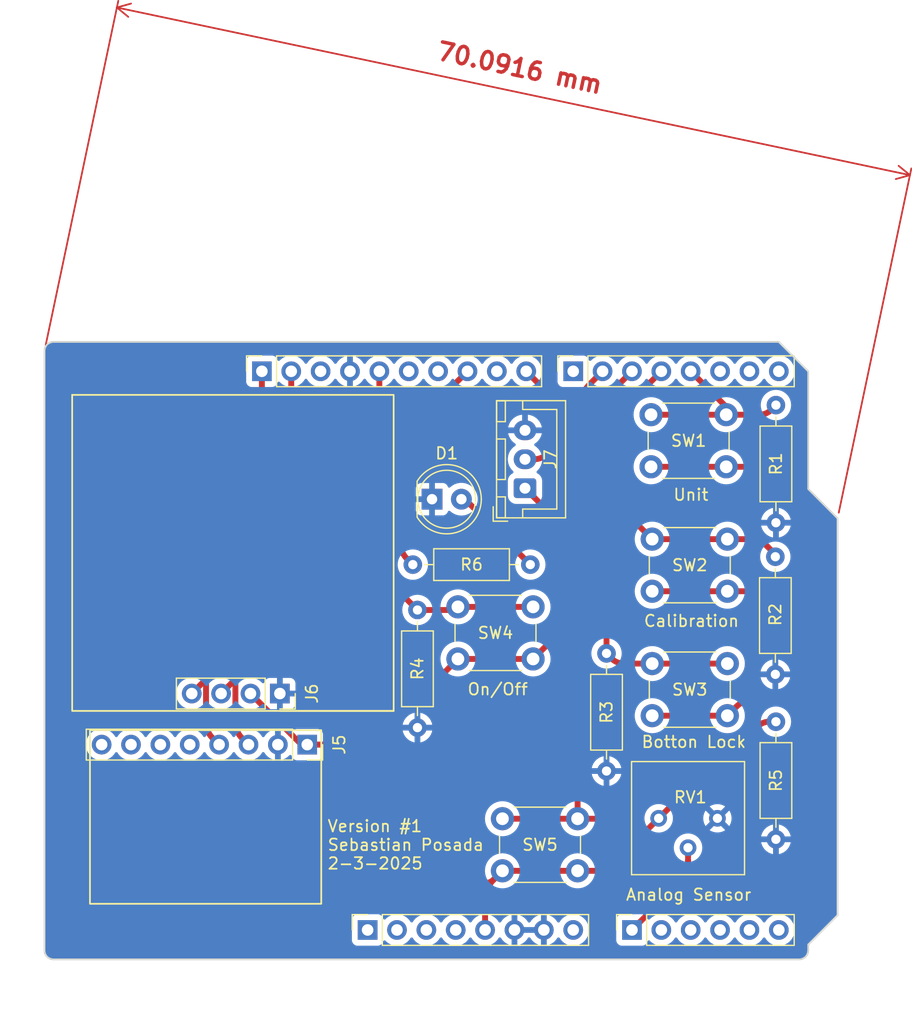
<source format=kicad_pcb>
(kicad_pcb (version 20240108) (generator "pcbnew") (generator_version "8.0")
  (title_block (date "mar. 31 mars 2015"))
  (layers (0 "F.Cu" signal) (31 "B.Cu" signal) (34 "B.Paste" user) (35 "F.Paste" user) (36 "B.SilkS" user "B.Silkscreen") (37 "F.SilkS" user "F.Silkscreen") (38 "B.Mask" user) (39 "F.Mask" user) (44 "Edge.Cuts" user))
  (net 0 "")
  (net 1 "GND")
  (net 3 "+5V")
  (net 4 "/IOREF")
  (net 5 "/A1")
  (net 6 "/A2")
  (net 7 "/A3")
  (net 8 "/SDA{slash}A4")
  (net 9 "/SCL{slash}A5")
  (net 10 "/2")
  (net 11 "/12")
  (net 12 "/AREF")
  (net 13 "/*11")
  (net 14 "/temp_digital")
  (net 15 "/TX{slash}1")
  (net 16 "/RX{slash}0")
  (net 17 "+3V3")
  (net 18 "VCC")
  (net 19 "/~{RESET}")
  (net 20 "/I2C_SCL")
  (net 21 "/I2C_SDA")
  (net 26 "/button_on{slash}off")
  (net 28 "/button_lock")
  (net 29 "/button_light")
  (net 30 "/button_unit")
  (net 31 "/button_cal")
  (net 32 "Net-(D1-A)")
  (net 33 "/LED_light")
  (net 34 "/Temp_sensor")
  (footprint "Connector_PinSocket_2.54mm:PinSocket_1x08_P2.54mm_Vertical" (layer "F.Cu") (at 127.94 97.46 90)
    (property "Reference" "J1" (hide yes))
    (property "Value" "Power")
    (fp_line (start 1.33 -1.33) (end 1.33 0) (stroke (width 0.12)) (layer "F.SilkS"))
    (fp_line (start 0 -1.33) (end 1.33 -1.33) (stroke (width 0.12)) (layer "F.SilkS"))
    (fp_line (start 1.33 1.27) (end 1.33 19.11) (stroke (width 0.12)) (layer "F.SilkS"))
    (fp_line (start -1.33 1.27) (end 1.33 1.27) (stroke (width 0.12)) (layer "F.SilkS"))
    (fp_line (start -1.33 1.27) (end -1.33 19.11) (stroke (width 0.12)) (layer "F.SilkS"))
    (fp_line (start -1.33 19.11) (end 1.33 19.11) (stroke (width 0.12)) (layer "F.SilkS"))
    (pad "1" thru_hole rect (at 0 0 90) (size 1.7 1.7) (drill 1) (layers "*.Cu" "*.Mask"))
    (pad "2" thru_hole oval (at 0 2.54 90) (size 1.7 1.7) (drill 1) (layers "*.Cu" "*.Mask") (net 4 "/IOREF"))
    (pad "3" thru_hole oval (at 0 5.08 90) (size 1.7 1.7) (drill 1) (layers "*.Cu" "*.Mask") (net 19 "/~{RESET}"))
    (pad "4" thru_hole oval (at 0 7.62 90) (size 1.7 1.7) (drill 1) (layers "*.Cu" "*.Mask") (net 17 "+3V3"))
    (pad "5" thru_hole oval (at 0 10.16 90) (size 1.7 1.7) (drill 1) (layers "*.Cu" "*.Mask") (net 3 "+5V"))
    (pad "6" thru_hole oval (at 0 12.7 90) (size 1.7 1.7) (drill 1) (layers "*.Cu" "*.Mask") (net 1 "GND"))
    (pad "7" thru_hole oval (at 0 15.24 90) (size 1.7 1.7) (drill 1) (layers "*.Cu" "*.Mask") (net 1 "GND"))
    (pad "8" thru_hole oval (at 0 17.78 90) (size 1.7 1.7) (drill 1) (layers "*.Cu" "*.Mask") (net 18 "VCC"))
  )
  (footprint "Connector_PinSocket_2.54mm:PinSocket_1x06_P2.54mm_Vertical" (layer "F.Cu") (at 150.8 97.46 90)
    (property "Reference" "J3" (hide yes))
    (property "Value" "Analog")
    (fp_line (start 1.33 -1.33) (end 1.33 0) (stroke (width 0.12)) (layer "F.SilkS"))
    (fp_line (start 0 -1.33) (end 1.33 -1.33) (stroke (width 0.12)) (layer "F.SilkS"))
    (fp_line (start 1.33 1.27) (end 1.33 14.03) (stroke (width 0.12)) (layer "F.SilkS"))
    (fp_line (start -1.33 1.27) (end 1.33 1.27) (stroke (width 0.12)) (layer "F.SilkS"))
    (fp_line (start -1.33 1.27) (end -1.33 14.03) (stroke (width 0.12)) (layer "F.SilkS"))
    (fp_line (start -1.33 14.03) (end 1.33 14.03) (stroke (width 0.12)) (layer "F.SilkS"))
    (pad "1" thru_hole rect (at 0 0 90) (size 1.7 1.7) (drill 1) (layers "*.Cu" "*.Mask") (net 34 "/Temp_sensor"))
    (pad "2" thru_hole oval (at 0 2.54 90) (size 1.7 1.7) (drill 1) (layers "*.Cu" "*.Mask") (net 5 "/A1"))
    (pad "3" thru_hole oval (at 0 5.08 90) (size 1.7 1.7) (drill 1) (layers "*.Cu" "*.Mask") (net 6 "/A2"))
    (pad "4" thru_hole oval (at 0 7.62 90) (size 1.7 1.7) (drill 1) (layers "*.Cu" "*.Mask") (net 7 "/A3"))
    (pad "5" thru_hole oval (at 0 10.16 90) (size 1.7 1.7) (drill 1) (layers "*.Cu" "*.Mask") (net 8 "/SDA{slash}A4"))
    (pad "6" thru_hole oval (at 0 12.7 90) (size 1.7 1.7) (drill 1) (layers "*.Cu" "*.Mask") (net 9 "/SCL{slash}A5"))
  )
  (footprint "Connector_PinSocket_2.54mm:PinSocket_1x10_P2.54mm_Vertical" (layer "F.Cu") (at 118.796 49.2 90)
    (property "Reference" "J2" (hide yes))
    (property "Value" "Digital/PWM")
    (fp_line (start 1.33 -1.33) (end 1.33 0) (stroke (width 0.12)) (layer "F.SilkS"))
    (fp_line (start 0 -1.33) (end 1.33 -1.33) (stroke (width 0.12)) (layer "F.SilkS"))
    (fp_line (start 1.33 1.27) (end 1.33 24.19) (stroke (width 0.12)) (layer "F.SilkS"))
    (fp_line (start -1.33 1.27) (end 1.33 1.27) (stroke (width 0.12)) (layer "F.SilkS"))
    (fp_line (start -1.33 1.27) (end -1.33 24.19) (stroke (width 0.12)) (layer "F.SilkS"))
    (fp_line (start -1.33 24.19) (end 1.33 24.19) (stroke (width 0.12)) (layer "F.SilkS"))
    (pad "1" thru_hole rect (at 0 0 90) (size 1.7 1.7) (drill 1) (layers "*.Cu" "*.Mask") (net 21 "/I2C_SDA"))
    (pad "2" thru_hole oval (at 0 2.54 90) (size 1.7 1.7) (drill 1) (layers "*.Cu" "*.Mask") (net 20 "/I2C_SCL"))
    (pad "3" thru_hole oval (at 0 5.08 90) (size 1.7 1.7) (drill 1) (layers "*.Cu" "*.Mask") (net 12 "/AREF"))
    (pad "4" thru_hole oval (at 0 7.62 90) (size 1.7 1.7) (drill 1) (layers "*.Cu" "*.Mask") (net 1 "GND"))
    (pad "5" thru_hole oval (at 0 10.16 90) (size 1.7 1.7) (drill 1) (layers "*.Cu" "*.Mask") (net 26 "/button_on{slash}off"))
    (pad "6" thru_hole oval (at 0 12.7 90) (size 1.7 1.7) (drill 1) (layers "*.Cu" "*.Mask") (net 11 "/12"))
    (pad "7" thru_hole oval (at 0 15.24 90) (size 1.7 1.7) (drill 1) (layers "*.Cu" "*.Mask") (net 13 "/*11"))
    (pad "8" thru_hole oval (at 0 17.78 90) (size 1.7 1.7) (drill 1) (layers "*.Cu" "*.Mask") (net 33 "/LED_light"))
    (pad "9" thru_hole oval (at 0 20.32 90) (size 1.7 1.7) (drill 1) (layers "*.Cu" "*.Mask"))
    (pad "10" thru_hole oval (at 0 22.86 90) (size 1.7 1.7) (drill 1) (layers "*.Cu" "*.Mask") (net 14 "/temp_digital"))
  )
  (footprint "Connector_PinSocket_2.54mm:PinSocket_1x08_P2.54mm_Vertical" (layer "F.Cu") (at 145.72 49.2 90)
    (property "Reference" "J4" (hide yes))
    (property "Value" "Digital/PWM")
    (fp_line (start 1.33 -1.33) (end 1.33 0) (stroke (width 0.12)) (layer "F.SilkS"))
    (fp_line (start 0 -1.33) (end 1.33 -1.33) (stroke (width 0.12)) (layer "F.SilkS"))
    (fp_line (start 1.33 1.27) (end 1.33 19.11) (stroke (width 0.12)) (layer "F.SilkS"))
    (fp_line (start -1.33 1.27) (end 1.33 1.27) (stroke (width 0.12)) (layer "F.SilkS"))
    (fp_line (start -1.33 1.27) (end -1.33 19.11) (stroke (width 0.12)) (layer "F.SilkS"))
    (fp_line (start -1.33 19.11) (end 1.33 19.11) (stroke (width 0.12)) (layer "F.SilkS"))
    (pad "1" thru_hole rect (at 0 0 90) (size 1.7 1.7) (drill 1) (layers "*.Cu" "*.Mask"))
    (pad "2" thru_hole oval (at 0 2.54 90) (size 1.7 1.7) (drill 1) (layers "*.Cu" "*.Mask") (net 29 "/button_light"))
    (pad "3" thru_hole oval (at 0 5.08 90) (size 1.7 1.7) (drill 1) (layers "*.Cu" "*.Mask") (net 28 "/button_lock"))
    (pad "4" thru_hole oval (at 0 7.62 90) (size 1.7 1.7) (drill 1) (layers "*.Cu" "*.Mask") (net 31 "/button_cal"))
    (pad "5" thru_hole oval (at 0 10.16 90) (size 1.7 1.7) (drill 1) (layers "*.Cu" "*.Mask") (net 30 "/button_unit"))
    (pad "6" thru_hole oval (at 0 12.7 90) (size 1.7 1.7) (drill 1) (layers "*.Cu" "*.Mask") (net 10 "/2"))
    (pad "7" thru_hole oval (at 0 15.24 90) (size 1.7 1.7) (drill 1) (layers "*.Cu" "*.Mask") (net 15 "/TX{slash}1"))
    (pad "8" thru_hole oval (at 0 17.78 90) (size 1.7 1.7) (drill 1) (layers "*.Cu" "*.Mask") (net 16 "/RX{slash}0"))
  )
  (footprint "Resistor_THT:R_Axial_DIN0207_L6.3mm_D2.5mm_P10.16mm_Horizontal" (layer "F.Cu") (at 163.2 65.22 -90)
    (property "Reference" "R2" (at 5 0 90) (layer "F.SilkS"))
    (property "Value" "100k")
    (fp_line (start 1.81 1.37) (end 8.35 1.37) (stroke (width 0.12)) (layer "F.SilkS"))
    (fp_line (start 8.35 1.37) (end 8.35 -1.37) (stroke (width 0.12)) (layer "F.SilkS"))
    (fp_line (start 1.04 0) (end 1.81 0) (stroke (width 0.12)) (layer "F.SilkS"))
    (fp_line (start 9.12 0) (end 8.35 0) (stroke (width 0.12)) (layer "F.SilkS"))
    (fp_line (start 1.81 -1.37) (end 1.81 1.37) (stroke (width 0.12)) (layer "F.SilkS"))
    (fp_line (start 8.35 -1.37) (end 1.81 -1.37) (stroke (width 0.12)) (layer "F.SilkS"))
    (pad "1" thru_hole circle (at 0 0 270) (size 1.6 1.6) (drill 0.8) (layers "*.Cu" "*.Mask") (net 31 "/button_cal"))
    (pad "2" thru_hole oval (at 10.16 0 270) (size 1.6 1.6) (drill 0.8) (layers "*.Cu" "*.Mask") (net 1 "GND"))
  )
  (footprint "Connector_PinSocket_2.54mm:PinSocket_1x08_P2.54mm_Vertical" (layer "F.Cu") (at 122.72 81.45 -90)
    (property "Reference" "J5" (at 0 -2.77 90) (layer "F.SilkS"))
    (property "Value" "GYRO_CONN")
    (fp_line (start -1.33 19.11) (end 1.33 19.11) (stroke (width 0.12)) (layer "F.SilkS"))
    (fp_line (start -1.33 1.27) (end -1.33 19.11) (stroke (width 0.12)) (layer "F.SilkS"))
    (fp_line (start -1.33 1.27) (end 1.33 1.27) (stroke (width 0.12)) (layer "F.SilkS"))
    (fp_line (start 1.33 1.27) (end 1.33 19.11) (stroke (width 0.12)) (layer "F.SilkS"))
    (fp_line (start 0 -1.33) (end 1.33 -1.33) (stroke (width 0.12)) (layer "F.SilkS"))
    (fp_line (start 1.33 -1.33) (end 1.33 0) (stroke (width 0.12)) (layer "F.SilkS"))
    (pad "1" thru_hole rect (at 0 0 270) (size 1.7 1.7) (drill 1) (layers "*.Cu" "*.Mask") (net 3 "+5V"))
    (pad "2" thru_hole oval (at 0 2.54 270) (size 1.7 1.7) (drill 1) (layers "*.Cu" "*.Mask") (net 1 "GND"))
    (pad "3" thru_hole oval (at 0 5.08 270) (size 1.7 1.7) (drill 1) (layers "*.Cu" "*.Mask") (net 20 "/I2C_SCL"))
    (pad "4" thru_hole oval (at 0 7.62 270) (size 1.7 1.7) (drill 1) (layers "*.Cu" "*.Mask") (net 21 "/I2C_SDA"))
    (pad "5" thru_hole oval (at 0 10.16 270) (size 1.7 1.7) (drill 1) (layers "*.Cu" "*.Mask"))
    (pad "6" thru_hole oval (at 0 12.7 270) (size 1.7 1.7) (drill 1) (layers "*.Cu" "*.Mask"))
    (pad "7" thru_hole oval (at 0 15.24 270) (size 1.7 1.7) (drill 1) (layers "*.Cu" "*.Mask"))
    (pad "8" thru_hole oval (at 0 17.78 270) (size 1.7 1.7) (drill 1) (layers "*.Cu" "*.Mask"))
  )
  (footprint "Button_Switch_THT:SW_PUSH_6mm" (layer "F.Cu") (at 152.45 52.95)
    (property "Reference" "SW1" (at 3.25 2.25 0) (layer "F.SilkS"))
    (property "Value" "SW_SPST" (hide yes))
    (fp_line (start -0.25 1.5) (end -0.25 3) (stroke (width 0.12)) (layer "F.SilkS"))
    (fp_line (start 1 5.5) (end 5.5 5.5) (stroke (width 0.12)) (layer "F.SilkS"))
    (fp_line (start 5.5 -1) (end 1 -1) (stroke (width 0.12)) (layer "F.SilkS"))
    (fp_line (start 6.75 3) (end 6.75 1.5) (stroke (width 0.12)) (layer "F.SilkS"))
    (pad "1" thru_hole circle (at 0 0 90) (size 2 2) (drill 1.1) (layers "*.Cu" "*.Mask") (net 30 "/button_unit"))
    (pad "1" thru_hole circle (at 6.5 0 90) (size 2 2) (drill 1.1) (layers "*.Cu" "*.Mask") (net 30 "/button_unit"))
    (pad "2" thru_hole circle (at 0 4.5 90) (size 2 2) (drill 1.1) (layers "*.Cu" "*.Mask") (net 3 "+5V"))
    (pad "2" thru_hole circle (at 6.5 4.5 90) (size 2 2) (drill 1.1) (layers "*.Cu" "*.Mask") (net 3 "+5V"))
  )
  (footprint "Resistor_THT:R_Axial_DIN0207_L6.3mm_D2.5mm_P10.16mm_Horizontal" (layer "F.Cu") (at 132.25 69.82 -90)
    (property "Reference" "R4" (at 5.08 0 90) (layer "F.SilkS"))
    (property "Value" "100k")
    (fp_line (start 1.81 1.37) (end 8.35 1.37) (stroke (width 0.12)) (layer "F.SilkS"))
    (fp_line (start 8.35 1.37) (end 8.35 -1.37) (stroke (width 0.12)) (layer "F.SilkS"))
    (fp_line (start 1.04 0) (end 1.81 0) (stroke (width 0.12)) (layer "F.SilkS"))
    (fp_line (start 9.12 0) (end 8.35 0) (stroke (width 0.12)) (layer "F.SilkS"))
    (fp_line (start 1.81 -1.37) (end 1.81 1.37) (stroke (width 0.12)) (layer "F.SilkS"))
    (fp_line (start 8.35 -1.37) (end 1.81 -1.37) (stroke (width 0.12)) (layer "F.SilkS"))
    (pad "1" thru_hole circle (at 0 0 270) (size 1.6 1.6) (drill 0.8) (layers "*.Cu" "*.Mask") (net 26 "/button_on{slash}off"))
    (pad "2" thru_hole oval (at 10.16 0 270) (size 1.6 1.6) (drill 0.8) (layers "*.Cu" "*.Mask") (net 1 "GND"))
  )
  (footprint "Resistor_THT:R_Axial_DIN0207_L6.3mm_D2.5mm_P10.16mm_Horizontal" (layer "F.Cu") (at 148.6 73.57 -90)
    (property "Reference" "R3" (at 5.08 0 90) (layer "F.SilkS"))
    (property "Value" "100k" (hide yes))
    (fp_line (start 1.81 1.37) (end 8.35 1.37) (stroke (width 0.12)) (layer "F.SilkS"))
    (fp_line (start 8.35 1.37) (end 8.35 -1.37) (stroke (width 0.12)) (layer "F.SilkS"))
    (fp_line (start 1.04 0) (end 1.81 0) (stroke (width 0.12)) (layer "F.SilkS"))
    (fp_line (start 9.12 0) (end 8.35 0) (stroke (width 0.12)) (layer "F.SilkS"))
    (fp_line (start 1.81 -1.37) (end 1.81 1.37) (stroke (width 0.12)) (layer "F.SilkS"))
    (fp_line (start 8.35 -1.37) (end 1.81 -1.37) (stroke (width 0.12)) (layer "F.SilkS"))
    (pad "1" thru_hole circle (at 0 0 270) (size 1.6 1.6) (drill 0.8) (layers "*.Cu" "*.Mask") (net 28 "/button_lock"))
    (pad "2" thru_hole oval (at 10.16 0 270) (size 1.6 1.6) (drill 0.8) (layers "*.Cu" "*.Mask") (net 1 "GND"))
  )
  (footprint "Connector_JST:JST_XH_B3B-XH-A_1x03_P2.50mm_Vertical" (layer "F.Cu") (at 141.55 59.3 90)
    (property "Reference" "J7" (at 2.5 2.2 90) (layer "F.SilkS"))
    (property "Value" "CONN_TEMP" (hide yes))
    (fp_line (start -1.6 -2.75) (end -2.85 -2.75) (stroke (width 0.12)) (layer "F.SilkS"))
    (fp_line (start -2.85 -2.75) (end -2.85 -1.5) (stroke (width 0.12)) (layer "F.SilkS"))
    (fp_line (start 7.56 -2.46) (end -2.56 -2.46) (stroke (width 0.12)) (layer "F.SilkS"))
    (fp_line (start -2.56 -2.46) (end -2.56 3.51) (stroke (width 0.12)) (layer "F.SilkS"))
    (fp_line (start 7.55 -2.45) (end 5.75 -2.45) (stroke (width 0.12)) (layer "F.SilkS"))
    (fp_line (start 5.75 -2.45) (end 5.75 -1.7) (stroke (width 0.12)) (layer "F.SilkS"))
    (fp_line (start 4.25 -2.45) (end 0.75 -2.45) (stroke (width 0.12)) (layer "F.SilkS"))
    (fp_line (start 0.75 -2.45) (end 0.75 -1.7) (stroke (width 0.12)) (layer "F.SilkS"))
    (fp_line (start -0.75 -2.45) (end -2.55 -2.45) (stroke (width 0.12)) (layer "F.SilkS"))
    (fp_line (start -2.55 -2.45) (end -2.55 -1.7) (stroke (width 0.12)) (layer "F.SilkS"))
    (fp_line (start 7.55 -1.7) (end 7.55 -2.45) (stroke (width 0.12)) (layer "F.SilkS"))
    (fp_line (start 5.75 -1.7) (end 7.55 -1.7) (stroke (width 0.12)) (layer "F.SilkS"))
    (fp_line (start 4.25 -1.7) (end 4.25 -2.45) (stroke (width 0.12)) (layer "F.SilkS"))
    (fp_line (start 0.75 -1.7) (end 4.25 -1.7) (stroke (width 0.12)) (layer "F.SilkS"))
    (fp_line (start -0.75 -1.7) (end -0.75 -2.45) (stroke (width 0.12)) (layer "F.SilkS"))
    (fp_line (start -2.55 -1.7) (end -0.75 -1.7) (stroke (width 0.12)) (layer "F.SilkS"))
    (fp_line (start 7.55 -0.2) (end 6.8 -0.2) (stroke (width 0.12)) (layer "F.SilkS"))
    (fp_line (start 6.8 -0.2) (end 6.8 2.75) (stroke (width 0.12)) (layer "F.SilkS"))
    (fp_line (start -1.8 -0.2) (end -1.8 2.75) (stroke (width 0.12)) (layer "F.SilkS"))
    (fp_line (start -2.55 -0.2) (end -1.8 -0.2) (stroke (width 0.12)) (layer "F.SilkS"))
    (fp_line (start 6.8 2.75) (end 2.5 2.75) (stroke (width 0.12)) (layer "F.SilkS"))
    (fp_line (start -1.8 2.75) (end 2.5 2.75) (stroke (width 0.12)) (layer "F.SilkS"))
    (fp_line (start 7.56 3.51) (end 7.56 -2.46) (stroke (width 0.12)) (layer "F.SilkS"))
    (fp_line (start -2.56 3.51) (end 7.56 3.51) (stroke (width 0.12)) (layer "F.SilkS"))
    (pad "1" thru_hole roundrect (at 0 0 90) (size 1.7 1.95) (drill 0.95) (layers "*.Cu" "*.Mask") (roundrect_rratio 0.147059) (net 3 "+5V"))
    (pad "2" thru_hole oval (at 2.5 0 90) (size 1.7 1.95) (drill 0.95) (layers "*.Cu" "*.Mask") (net 14 "/temp_digital"))
    (pad "3" thru_hole oval (at 5 0 90) (size 1.7 1.95) (drill 0.95) (layers "*.Cu" "*.Mask") (net 1 "GND"))
  )
  (footprint "Resistor_THT:R_Axial_DIN0207_L6.3mm_D2.5mm_P10.16mm_Horizontal" (layer "F.Cu") (at 163.25 52.12 -90)
    (property "Reference" "R1" (at 5.08 0 90) (layer "F.SilkS"))
    (property "Value" "100k")
    (fp_line (start 1.81 1.37) (end 8.35 1.37) (stroke (width 0.12)) (layer "F.SilkS"))
    (fp_line (start 8.35 1.37) (end 8.35 -1.37) (stroke (width 0.12)) (layer "F.SilkS"))
    (fp_line (start 1.04 0) (end 1.81 0) (stroke (width 0.12)) (layer "F.SilkS"))
    (fp_line (start 9.12 0) (end 8.35 0) (stroke (width 0.12)) (layer "F.SilkS"))
    (fp_line (start 1.81 -1.37) (end 1.81 1.37) (stroke (width 0.12)) (layer "F.SilkS"))
    (fp_line (start 8.35 -1.37) (end 1.81 -1.37) (stroke (width 0.12)) (layer "F.SilkS"))
    (pad "1" thru_hole circle (at 0 0 270) (size 1.6 1.6) (drill 0.8) (layers "*.Cu" "*.Mask") (net 30 "/button_unit"))
    (pad "2" thru_hole oval (at 10.16 0 270) (size 1.6 1.6) (drill 0.8) (layers "*.Cu" "*.Mask") (net 1 "GND"))
  )
  (footprint "Resistor_THT:R_Axial_DIN0207_L6.3mm_D2.5mm_P10.16mm_Horizontal" (layer "F.Cu") (at 131.85 65.9)
    (property "Reference" "R6" (at 5.08 0 0) (layer "F.SilkS"))
    (property "Value" "100k")
    (fp_line (start 1.04 0) (end 1.81 0) (stroke (width 0.12)) (layer "F.SilkS"))
    (fp_line (start 1.81 -1.37) (end 1.81 1.37) (stroke (width 0.12)) (layer "F.SilkS"))
    (fp_line (start 1.81 1.37) (end 8.35 1.37) (stroke (width 0.12)) (layer "F.SilkS"))
    (fp_line (start 8.35 -1.37) (end 1.81 -1.37) (stroke (width 0.12)) (layer "F.SilkS"))
    (fp_line (start 8.35 1.37) (end 8.35 -1.37) (stroke (width 0.12)) (layer "F.SilkS"))
    (fp_line (start 9.12 0) (end 8.35 0) (stroke (width 0.12)) (layer "F.SilkS"))
    (pad "1" thru_hole circle (at 0 0) (size 1.6 1.6) (drill 0.8) (layers "*.Cu" "*.Mask") (net 33 "/LED_light"))
    (pad "2" thru_hole oval (at 10.16 0) (size 1.6 1.6) (drill 0.8) (layers "*.Cu" "*.Mask") (net 32 "Net-(D1-A)"))
  )
  (footprint "Button_Switch_THT:SW_PUSH_6mm" (layer "F.Cu") (at 139.6 87.85)
    (property "Reference" "SW5" (at 3.25 2.25 0) (layer "F.SilkS"))
    (property "Value" "SW_SPST")
    (fp_line (start -0.25 1.5) (end -0.25 3) (stroke (width 0.12)) (layer "F.SilkS"))
    (fp_line (start 1 5.5) (end 5.5 5.5) (stroke (width 0.12)) (layer "F.SilkS"))
    (fp_line (start 5.5 -1) (end 1 -1) (stroke (width 0.12)) (layer "F.SilkS"))
    (fp_line (start 6.75 3) (end 6.75 1.5) (stroke (width 0.12)) (layer "F.SilkS"))
    (pad "1" thru_hole circle (at 0 0 90) (size 2 2) (drill 1.1) (layers "*.Cu" "*.Mask") (net 29 "/button_light"))
    (pad "1" thru_hole circle (at 6.5 0 90) (size 2 2) (drill 1.1) (layers "*.Cu" "*.Mask") (net 29 "/button_light"))
    (pad "2" thru_hole circle (at 0 4.5 90) (size 2 2) (drill 1.1) (layers "*.Cu" "*.Mask") (net 3 "+5V"))
    (pad "2" thru_hole circle (at 6.5 4.5 90) (size 2 2) (drill 1.1) (layers "*.Cu" "*.Mask") (net 3 "+5V"))
  )
  (footprint "Connector_PinSocket_2.54mm:PinSocket_1x04_P2.54mm_Vertical" (layer "F.Cu") (at 120.351668 77.038332 -90)
    (property "Reference" "J6" (at 0 -2.77 90) (layer "F.SilkS"))
    (property "Value" "Connector Display")
    (fp_line (start -1.33 8.95) (end 1.33 8.95) (stroke (width 0.12)) (layer "F.SilkS"))
    (fp_line (start -1.33 1.27) (end -1.33 8.95) (stroke (width 0.12)) (layer "F.SilkS"))
    (fp_line (start -1.33 1.27) (end 1.33 1.27) (stroke (width 0.12)) (layer "F.SilkS"))
    (fp_line (start 1.33 1.27) (end 1.33 8.95) (stroke (width 0.12)) (layer "F.SilkS"))
    (fp_line (start 0 -1.33) (end 1.33 -1.33) (stroke (width 0.12)) (layer "F.SilkS"))
    (fp_line (start 1.33 -1.33) (end 1.33 0) (stroke (width 0.12)) (layer "F.SilkS"))
    (pad "1" thru_hole rect (at 0 0 270) (size 1.7 1.7) (drill 1) (layers "*.Cu" "*.Mask") (net 1 "GND"))
    (pad "2" thru_hole oval (at 0 2.54 270) (size 1.7 1.7) (drill 1) (layers "*.Cu" "*.Mask") (net 3 "+5V"))
    (pad "3" thru_hole oval (at 0 5.08 270) (size 1.7 1.7) (drill 1) (layers "*.Cu" "*.Mask") (net 20 "/I2C_SCL"))
    (pad "4" thru_hole oval (at 0 7.62 270) (size 1.7 1.7) (drill 1) (layers "*.Cu" "*.Mask") (net 21 "/I2C_SDA"))
  )
  (footprint "LED_THT:LED_D5.0mm" (layer "F.Cu") (at 133.51 60.25)
    (property "Reference" "D1" (at 1.27 -3.96 0) (layer "F.SilkS"))
    (property "Value" "LED")
    (fp_line (start -1.29 -1.545) (end -1.29 1.545) (stroke (width 0.12)) (layer "F.SilkS"))
    (fp_arc (start -1.29 -1.54483) (mid 2.071756 -2.880501) (end 4.26 -0.000048) (stroke (width 0.12)) (layer "F.SilkS"))
    (fp_arc (start 4.26 0.000048) (mid 2.071756 2.880501) (end -1.29 1.54483) (stroke (width 0.12)) (layer "F.SilkS"))
    (fp_circle (center 1.27 0) (end 3.77 0) (stroke (width 0.12)) (fill none) (layer "F.SilkS"))
    (pad "1" thru_hole rect (at 0 0) (size 1.8 1.8) (drill 0.9) (layers "*.Cu" "*.Mask") (net 1 "GND"))
    (pad "2" thru_hole circle (at 2.54 0) (size 1.8 1.8) (drill 0.9) (layers "*.Cu" "*.Mask") (net 32 "Net-(D1-A)"))
  )
  (footprint "Button_Switch_THT:SW_PUSH_6mm" (layer "F.Cu") (at 152.55 63.7)
    (property "Reference" "SW2" (at 3.25 2.25 0) (layer "F.SilkS"))
    (property "Value" "SW_SPST" (hide yes))
    (fp_line (start -0.25 1.5) (end -0.25 3) (stroke (width 0.12)) (layer "F.SilkS"))
    (fp_line (start 1 5.5) (end 5.5 5.5) (stroke (width 0.12)) (layer "F.SilkS"))
    (fp_line (start 5.5 -1) (end 1 -1) (stroke (width 0.12)) (layer "F.SilkS"))
    (fp_line (start 6.75 3) (end 6.75 1.5) (stroke (width 0.12)) (layer "F.SilkS"))
    (pad "1" thru_hole circle (at 0 0 90) (size 2 2) (drill 1.1) (layers "*.Cu" "*.Mask") (net 31 "/button_cal"))
    (pad "1" thru_hole circle (at 6.5 0 90) (size 2 2) (drill 1.1) (layers "*.Cu" "*.Mask") (net 31 "/button_cal"))
    (pad "2" thru_hole circle (at 0 4.5 90) (size 2 2) (drill 1.1) (layers "*.Cu" "*.Mask") (net 3 "+5V"))
    (pad "2" thru_hole circle (at 6.5 4.5 90) (size 2 2) (drill 1.1) (layers "*.Cu" "*.Mask") (net 3 "+5V"))
  )
  (footprint "Potentiometer_THT:Potentiometer_Bourns_3386P_Vertical" (layer "F.Cu") (at 153.11 87.815 -90)
    (property "Reference" "RV1" (at -1.815 -2.74 180) (layer "F.SilkS"))
    (property "Value" "10k")
    (fp_line (start -4.9 2.345) (end 4.87 2.345) (stroke (width 0.12)) (layer "F.SilkS"))
    (fp_line (start -4.9 -7.425) (end -4.9 2.345) (stroke (width 0.12)) (layer "F.SilkS"))
    (fp_line (start -4.9 -7.425) (end 4.87 -7.425) (stroke (width 0.12)) (layer "F.SilkS"))
    (fp_line (start 4.87 -7.425) (end 4.87 2.345) (stroke (width 0.12)) (layer "F.SilkS"))
    (pad "1" thru_hole circle (at 0 0 270) (size 1.44 1.44) (drill 0.8) (layers "*.Cu" "*.Mask") (net 3 "+5V"))
    (pad "2" thru_hole circle (at 2.54 -2.54 270) (size 1.44 1.44) (drill 0.8) (layers "*.Cu" "*.Mask") (net 34 "/Temp_sensor"))
    (pad "3" thru_hole circle (at 0 -5.08 270) (size 1.44 1.44) (drill 0.8) (layers "*.Cu" "*.Mask") (net 1 "GND"))
  )
  (footprint "Resistor_THT:R_Axial_DIN0207_L6.3mm_D2.5mm_P10.16mm_Horizontal" (layer "F.Cu") (at 163.25 79.47 -90)
    (property "Reference" "R5" (at 5.08 0 90) (layer "F.SilkS"))
    (property "Value" "100k")
    (fp_line (start 1.81 1.37) (end 8.35 1.37) (stroke (width 0.12)) (layer "F.SilkS"))
    (fp_line (start 8.35 1.37) (end 8.35 -1.37) (stroke (width 0.12)) (layer "F.SilkS"))
    (fp_line (start 1.04 0) (end 1.81 0) (stroke (width 0.12)) (layer "F.SilkS"))
    (fp_line (start 9.12 0) (end 8.35 0) (stroke (width 0.12)) (layer "F.SilkS"))
    (fp_line (start 1.81 -1.37) (end 1.81 1.37) (stroke (width 0.12)) (layer "F.SilkS"))
    (fp_line (start 8.35 -1.37) (end 1.81 -1.37) (stroke (width 0.12)) (layer "F.SilkS"))
    (pad "1" thru_hole circle (at 0 0 270) (size 1.6 1.6) (drill 0.8) (layers "*.Cu" "*.Mask") (net 29 "/button_light"))
    (pad "2" thru_hole oval (at 10.16 0 270) (size 1.6 1.6) (drill 0.8) (layers "*.Cu" "*.Mask") (net 1 "GND"))
  )
  (footprint "Button_Switch_THT:SW_PUSH_6mm" (layer "F.Cu") (at 152.55 74.45)
    (property "Reference" "SW3" (at 3.25 2.25 0) (layer "F.SilkS"))
    (property "Value" "SW_SPST" (hide yes))
    (fp_line (start -0.25 1.5) (end -0.25 3) (stroke (width 0.12)) (layer "F.SilkS"))
    (fp_line (start 1 5.5) (end 5.5 5.5) (stroke (width 0.12)) (layer "F.SilkS"))
    (fp_line (start 5.5 -1) (end 1 -1) (stroke (width 0.12)) (layer "F.SilkS"))
    (fp_line (start 6.75 3) (end 6.75 1.5) (stroke (width 0.12)) (layer "F.SilkS"))
    (pad "1" thru_hole circle (at 0 0 90) (size 2 2) (drill 1.1) (layers "*.Cu" "*.Mask") (net 28 "/button_lock"))
    (pad "1" thru_hole circle (at 6.5 0 90) (size 2 2) (drill 1.1) (layers "*.Cu" "*.Mask") (net 28 "/button_lock"))
    (pad "2" thru_hole circle (at 0 4.5 90) (size 2 2) (drill 1.1) (layers "*.Cu" "*.Mask") (net 3 "+5V"))
    (pad "2" thru_hole circle (at 6.5 4.5 90) (size 2 2) (drill 1.1) (layers "*.Cu" "*.Mask") (net 3 "+5V"))
  )
  (footprint "Button_Switch_THT:SW_PUSH_6mm" (layer "F.Cu") (at 135.75 69.55)
    (property "Reference" "SW4" (at 3.25 2.25 0) (layer "F.SilkS"))
    (property "Value" "SW_SPST")
    (fp_line (start -0.25 1.5) (end -0.25 3) (stroke (width 0.12)) (layer "F.SilkS"))
    (fp_line (start 1 5.5) (end 5.5 5.5) (stroke (width 0.12)) (layer "F.SilkS"))
    (fp_line (start 5.5 -1) (end 1 -1) (stroke (width 0.12)) (layer "F.SilkS"))
    (fp_line (start 6.75 3) (end 6.75 1.5) (stroke (width 0.12)) (layer "F.SilkS"))
    (pad "1" thru_hole circle (at 0 0 90) (size 2 2) (drill 1.1) (layers "*.Cu" "*.Mask") (net 26 "/button_on{slash}off"))
    (pad "1" thru_hole circle (at 6.5 0 90) (size 2 2) (drill 1.1) (layers "*.Cu" "*.Mask") (net 26 "/button_on{slash}off"))
    (pad "2" thru_hole circle (at 0 4.5 90) (size 2 2) (drill 1.1) (layers "*.Cu" "*.Mask") (net 3 "+5V"))
    (pad "2" thru_hole circle (at 6.5 4.5 90) (size 2 2) (drill 1.1) (layers "*.Cu" "*.Mask") (net 3 "+5V"))
  )
  (gr_rect (start 103.93 80.2) (end 123.93 95.2) (stroke (width 0.15)) (fill none) (layer "F.SilkS"))
  (gr_rect (start 102.391668 51.238332) (end 130.191668 78.538332) (stroke (width 0.15)) (fill none) (layer "F.SilkS"))
  (gr_line (start 130.191668 78.538332) (end 120.351668 78.538332) (stroke (width 0.15)) (layer "F.SilkS"))
  (gr_line (start 166.04 59.36) (end 168.58 61.9) (stroke (width 0.15)) (layer "Edge.Cuts"))
  (gr_line (start 100 99.238) (end 100 47.422) (stroke (width 0.15)) (layer "Edge.Cuts"))
  (gr_line (start 168.58 61.9) (end 168.58 96.19) (stroke (width 0.15)) (layer "Edge.Cuts"))
  (gr_line (start 165.278 100) (end 100.762 100) (stroke (width 0.15)) (layer "Edge.Cuts"))
  (gr_line (start 100.762 46.66) (end 163.5 46.66) (stroke (width 0.15)) (layer "Edge.Cuts"))
  (gr_arc (start 100.762 100) (mid 100.223185 99.776815) (end 100 99.238) (stroke (width 0.15)) (layer "Edge.Cuts"))
  (gr_line (start 168.58 96.19) (end 166.04 98.73) (stroke (width 0.15)) (layer "Edge.Cuts"))
  (gr_line (start 163.5 46.66) (end 166.04 49.2) (stroke (width 0.15)) (layer "Edge.Cuts"))
  (gr_arc (start 166.04 99.238) (mid 165.816815 99.776815) (end 165.278 100) (stroke (width 0.15)) (layer "Edge.Cuts"))
  (gr_line (start 166.04 49.2) (end 166.04 59.36) (stroke (width 0.15)) (layer "Edge.Cuts"))
  (gr_line (start 166.04 98.73) (end 166.04 99.238) (stroke (width 0.15)) (layer "Edge.Cuts"))
  (gr_arc (start 100 47.422) (mid 100.223185 46.883185) (end 100.762 46.66) (stroke (width 0.15)) (layer "Edge.Cuts"))
  (gr_text "On/Off" (at 136.5 77.25 0) (layer "F.SilkS") (effects (font (size 1 1)) (justify left bottom)))
  (gr_text "Version #1\nSebastian Posada\n2-3-2025" (at 124.4 92.3 0) (layer "F.SilkS") (effects (font (size 1 1)) (justify left bottom)))
  (gr_text "Botton Lock" (at 151.55 81.8 0) (layer "F.SilkS") (effects (font (size 1 1)) (justify left bottom)))
  (gr_text "Unit" (at 154.3 60.45 0) (layer "F.SilkS") (effects (font (size 1 1)) (justify left bottom)))
  (gr_text "Analog Sensor" (at 150.2 95 0) (layer "F.SilkS") (effects (font (size 1 1)) (justify left bottom)))
  (gr_text "Calibration" (at 151.75 71.35 0) (layer "F.SilkS") (effects (font (size 1 1)) (justify left bottom)))
  (dimension (type aligned) (layer "F.Cu") (pts (xy 100 47.422) (xy 168.58 61.9)) (height -30.299546) (gr_text "70.0916 mm" (at 141.1 23 348.0792615) (layer "F.Cu") (effects (font (size 1.5 1.5) (thickness 0.3)))) (format (prefix "") (suffix "") (units 3) (units_format 1) (precision 4)) (style (thickness 0.15) (arrow_length 1.27) (text_position_mode 2) (extension_height 0.58642) (extension_offset 0.5) keep_text_aligned))
  (segment (start 166.9 70.490042) (end 166.9 72.109956) (width 0.508) (layer "F.Cu") (net 3))
  (segment (start 128.17482 80.025179) (end 131.484314 76.715685) (width 0.508) (layer "F.Cu") (net 3))
  (segment (start 166.9 75.0875) (end 166.9 75.225) (width 0.508) (layer "F.Cu") (net 3))
  (segment (start 148.98125 91.94375) (end 148.81875 92.10625) (width 0.508) (layer "F.Cu") (net 3))
  (segment (start 166.9 74.8125) (end 166.9 75.0875) (width 0.508) (layer "F.Cu") (net 3))
  (segment (start 160.946036 85.3) (end 157.403373 85.3) (width 0.508) (layer "F.Cu") (net 3))
  (segment (start 159.05 68.2) (end 161.607968 68.2) (width 0.508) (layer "F.Cu") (net 3))
  (segment (start 138.1 94.91066) (end 138.1 97.46) (width 0.508) (layer "F.Cu") (net 3))
  (segment (start 148.81875 92.10625) (end 148.778125 92.146875) (width 0.508) (layer "F.Cu") (net 3))
  (segment (start 166.9 64.003963) (end 166.9 66.440258) (width 0.508) (layer "F.Cu") (net 3))
  (segment (start 166.9 74.125) (end 166.9 72.919913) (width 0.508) (layer "F.Cu") (net 3))
  (segment (start 165.925 76.475) (end 166.705545 75.694454) (width 0.508) (layer "F.Cu") (net 3))
  (segment (start 144.95 69.440811) (end 144.95 64.953963) (width 0.508) (layer "F.Cu") (net 3))
  (segment (start 159.05 68.2) (end 152.55 68.2) (width 0.508) (layer "F.Cu") (net 3))
  (segment (start 166.9 72.109956) (end 166.9 72.919913) (width 0.508) (layer "F.Cu") (net 3))
  (segment (start 134.215685 75.584314) (end 135.75 74.05) (width 0.508) (layer "F.Cu") (net 3))
  (segment (start 158.519669 78.95) (end 152.55 78.95) (width 0.508) (layer "F.Cu") (net 3))
  (segment (start 166.9 74.125) (end 166.9 74.675) (width 0.508) (layer "F.Cu") (net 3))
  (segment (start 166.9 75.775) (end 166.9 75.225) (width 0.508) (layer "F.Cu") (net 3))
  (segment (start 158.95 57.45) (end 152.45 57.45) (width 0.508) (layer "F.Cu") (net 3))
  (segment (start 148.65625 92.26875) (end 148.696875 92.228125) (width 0.508) (layer "F.Cu") (net 3))
  (segment (start 166.9 66.440258) (end 166.9 69.680085) (width 0.508) (layer "F.Cu") (net 3))
  (segment (start 166.9 75.775) (end 166.9 79.346036) (width 0.508) (layer "F.Cu") (net 3))
  (segment (start 154.3675 86.5575) (end 153.11 87.815) (width 0.508) (layer "F.Cu") (net 3))
  (segment (start 124.21 81.45) (end 122.72 81.45) (width 0.508) (layer "F.Cu") (net 3))
  (segment (start 148.460095 92.35) (end 146.1 92.35) (width 0.508) (layer "F.Cu") (net 3))
  (segment (start 165.306207 60.156207) (end 163.890469 58.740469) (width 0.508) (layer "F.Cu") (net 3))
  (segment (start 160.775 57.45) (end 158.95 57.45) (width 0.508) (layer "F.Cu") (net 3))
  (segment (start 140.66066 92.35) (end 146.1 92.35) (width 0.508) (layer "F.Cu") (net 3))
  (segment (start 164.793792 83.706206) (end 165.306207 83.193792) (width 0.508) (layer "F.Cu") (net 3))
  (segment (start 143.356207 61.106207) (end 141.55 59.3) (width 0.508) (layer "F.Cu") (net 3))
  (segment (start 124.735 81.45) (end 122.72 81.45) (width 0.508) (layer "F.Cu") (net 3))
  (segment (start 163.571141 77.45) (end 161.61066 77.45) (width 0.508) (layer "F.Cu") (net 3))
  (segment (start 148.778125 92.146875) (end 148.696875 92.228125) (width 0.508) (layer "F.Cu") (net 3))
  (segment (start 165.754548 70.154548) (end 165.35 69.75) (width 0.508) (layer "F.Cu") (net 3))
  (segment (start 126.753589 82.503589) (end 137.35 93.1) (width 0.508) (layer "F.Cu") (net 3))
  (segment (start 148.98125 91.94375) (end 153.11 87.815) (width 0.508) (layer "F.Cu") (net 3))
  (segment (start 142.25 74.05) (end 135.75 74.05) (width 0.508) (layer "F.Cu") (net 3))
  (segment (start 166.9 74.675) (end 166.9 74.8125) (width 0.508) (layer "F.Cu") (net 3))
  (segment (start 117.811668 77.038332) (end 122.223336 81.45) (width 0.508) (layer "F.Cu") (net 3))
  (segment (start 143.6 72.7) (end 142.25 74.05) (width 0.508) (layer "F.Cu") (net 3))
  (segment (start 159.425 78.575) (end 159.8 78.2) (width 0.508) (layer "F.Cu") (net 3))
  (segment (start 166.9 69.680085) (end 166.9 70.490042) (width 0.508) (layer "F.Cu") (net 3))
  (arc (start 132.85 76.15) (mid 132.110896 76.297016) (end 131.484314 76.715685) (width 0.508) (layer "F.Cu") (net 3))
  (arc (start 165.925 76.475) (mid 164.84504 77.196605) (end 163.571141 77.45) (width 0.508) (layer "F.Cu") (net 3))
  (arc (start 164.793792 83.706206) (mid 163.028426 84.885786) (end 160.946036 85.3) (width 0.508) (layer "F.Cu") (net 3))
  (arc (start 159.425 78.575) (mid 159.00963 78.85254) (end 158.519669 78.95) (width 0.508) (layer "F.Cu") (net 3))
  (arc (start 154.3675 86.5575) (mid 155.76037 85.626813) (end 157.403373 85.3) (width 0.508) (layer "F.Cu") (net 3))
  (arc (start 165.35 69.75) (mid 163.633141 68.602831) (end 161.607968 68.2) (width 0.508) (layer "F.Cu") (net 3))
  (arc (start 138.85 93.1) (mid 139.680737 92.544918) (end 140.66066 92.35) (width 0.508) (layer "F.Cu") (net 3))
  (arc (start 148.65625 92.26875) (mid 148.566253 92.328883) (end 148.460095 92.35) (width 0.508) (layer "F.Cu") (net 3))
  (arc (start 124.21 81.45) (mid 125.58658 81.723818) (end 126.753589 82.503589) (width 0.508) (layer "F.Cu") (net 3))
  (arc (start 166.705545 75.694454) (mid 166.849462 75.479066) (end 166.9 75.225) (width 0.508) (layer "F.Cu") (net 3))
  (arc (start 159.8 78.2) (mid 160.630737 77.644918) (end 161.61066 77.45) (width 0.508) (layer "F.Cu") (net 3))
  (arc (start 165.754548 70.154548) (mid 166.602306 71.423308) (end 166.9 72.919913) (width 0.508) (layer "F.Cu") (net 3))
  (arc (start 138.85 93.1) (mid 138.294918 93.930737) (end 138.1 94.91066) (width 0.508) (layer "F.Cu") (net 3))
  (arc (start 166.9 75.775) (mid 166.829682 75.669761) (end 166.705545 75.694454) (width 0.508) (layer "F.Cu") (net 3))
  (arc (start 132.85 76.15) (mid 133.589103 76.002982) (end 134.215685 75.584314) (width 0.508) (layer "F.Cu") (net 3))
  (arc (start 160.775 57.45) (mid 162.461079 57.785381) (end 163.890469 58.740469) (width 0.508) (layer "F.Cu") (net 3))
  (arc (start 165.306207 60.156207) (mid 166.485786 61.921572) (end 166.9 64.003963) (width 0.508) (layer "F.Cu") (net 3))
  (arc (start 138.1 94.91066) (mid 137.905081 93.930737) (end 137.35 93.1) (width 0.508) (layer "F.Cu") (net 3))
  (arc (start 143.356207 61.106207) (mid 144.535786 62.871572) (end 144.95 64.953963) (width 0.508) (layer "F.Cu") (net 3))
  (arc (start 165.306207 83.193792) (mid 166.485786 81.428426) (end 166.9 79.346036) (width 0.508) (layer "F.Cu") (net 3))
  (arc (start 138.85 93.1) (mid 138.1 93.41066) (end 137.35 93.1) (width 0.508) (layer "F.Cu") (net 3))
  (arc (start 143.6 72.7) (mid 144.599146 71.204671) (end 144.95 69.440811) (width 0.508) (layer "F.Cu") (net 3))
  (arc (start 124.735 81.45) (mid 126.596617 81.079701) (end 128.17482 80.025179) (width 0.508) (layer "F.Cu") (net 3))
  (segment (start 144.55 54.3485) (end 144.55 53.397) (width 0.508) (layer "F.Cu") (net 14))
  (segment (start 143.628639 51.172639) (end 141.656 49.2) (width 0.508) (layer "F.Cu") (net 14))
  (segment (start 143.877187 55.972811) (end 143.58033 56.269669) (width 0.508) (layer "F.Cu") (net 14))
  (segment (start 142.3 56.8) (end 141.55 56.8) (width 0.508) (layer "F.Cu") (net 14))
  (arc (start 143.58033 56.269669) (mid 142.992909 56.662171) (end 142.3 56.8) (width 0.508) (layer "F.Cu") (net 14))
  (arc (start 144.55 54.3485) (mid 144.375141 55.227571) (end 143.877187 55.972811) (width 0.508) (layer "F.Cu") (net 14))
  (arc (start 143.628639 51.172639) (mid 144.310546 52.193184) (end 144.55 53.397) (width 0.508) (layer "F.Cu") (net 14))
  (segment (start 116.353666 75.956334) (end 116.456334 75.853666) (width 0.508) (layer "F.Cu") (net 20))
  (segment (start 116.353666 75.956334) (end 115.271668 77.038332) (width 0.508) (layer "F.Cu") (net 20))
  (segment (start 117.073834 80.883834) (end 117.64 81.45) (width 0.508) (layer "F.Cu") (net 20))
  (segment (start 119.742207 72.567792) (end 116.456334 75.853666) (width 0.508) (layer "F.Cu") (net 20))
  (segment (start 116.507668 79.516988) (end 116.507668 76.080265) (width 0.508) (layer "F.Cu") (net 20))
  (segment (start 121.336 68.720036) (end 121.336 49.2) (width 0.508) (layer "F.Cu") (net 20))
  (arc (start 119.742207 72.567792) (mid 120.921786 70.802426) (end 121.336 68.720036) (width 0.508) (layer "F.Cu") (net 20))
  (arc (start 116.456334 75.956334) (mid 116.405 75.93507) (end 116.353666 75.956334) (width 0.508) (layer "F.Cu") (net 20))
  (arc (start 116.456334 75.956334) (mid 116.43507 75.905) (end 116.456334 75.853666) (width 0.508) (layer "F.Cu") (net 20))
  (arc (start 116.507668 79.516988) (mid 116.654809 80.256719) (end 117.073834 80.883834) (width 0.508) (layer "F.Cu") (net 20))
  (arc (start 116.507668 76.080265) (mid 116.494326 76.013194) (end 116.456334 75.956334) (width 0.508) (layer "F.Cu") (net 20))
  (segment (start 113.967668 76.0938) (end 113.967668 79.516988) (width 0.508) (layer "F.Cu") (net 21))
  (segment (start 113.913833 75.856165) (end 113.806166 75.963834) (width 0.508) (layer "F.Cu") (net 21))
  (segment (start 113.806166 75.963834) (end 112.731668 77.038332) (width 0.508) (layer "F.Cu") (net 21))
  (segment (start 114.533834 80.883834) (end 115.1 81.45) (width 0.508) (layer "F.Cu") (net 21))
  (segment (start 113.913833 75.856165) (end 117.202207 72.567792) (width 0.508) (layer "F.Cu") (net 21))
  (segment (start 118.796 68.720036) (end 118.796 49.2) (width 0.508) (layer "F.Cu") (net 21))
  (arc (start 113.806166 75.963834) (mid 113.86 75.941535) (end 113.913834 75.963834) (width 0.508) (layer "F.Cu") (net 21))
  (arc (start 113.913833 75.856165) (mid 113.891534 75.909999) (end 113.913834 75.963834) (width 0.508) (layer "F.Cu") (net 21))
  (arc (start 113.967668 79.516988) (mid 114.114809 80.256719) (end 114.533834 80.883834) (width 0.508) (layer "F.Cu") (net 21))
  (arc (start 118.796 68.720036) (mid 118.381786 70.802426) (end 117.202207 72.567792) (width 0.508) (layer "F.Cu") (net 21))
  (arc (start 113.967668 76.0938) (mid 113.953676 76.023463) (end 113.913834 75.963834) (width 0.508) (layer "F.Cu") (net 21))
  (segment (start 135.289081 69.82) (end 132.25 69.82) (width 0.508) (layer "F.Cu") (net 26))
  (segment (start 135.940918 69.55) (end 142.25 69.55) (width 0.508) (layer "F.Cu") (net 26))
  (segment (start 132.25 69.82) (end 130.549792 68.119792) (width 0.508) (layer "F.Cu") (net 26))
  (segment (start 128.956 64.272036) (end 128.956 49.2) (width 0.508) (layer "F.Cu") (net 26))
  (arc (start 128.956 64.272036) (mid 129.370213 66.354426) (end 130.549792 68.119792) (width 0.508) (layer "F.Cu") (net 26))
  (arc (start 135.615 69.685) (mid 135.764532 69.585085) (end 135.940918 69.55) (width 0.508) (layer "F.Cu") (net 26))
  (arc (start 135.615 69.685) (mid 135.465467 69.784914) (end 135.289081 69.82) (width 0.508) (layer "F.Cu") (net 26))
  (segment (start 152.55 74.45) (end 159.05 74.45) (width 0.508) (layer "F.Cu") (net 28))
  (segment (start 148.6 52.955634) (end 148.6 72.947746) (width 0.508) (layer "F.Cu") (net 28))
  (segment (start 149.7 50.3) (end 150.8 49.2) (width 0.508) (layer "F.Cu") (net 28))
  (segment (start 150.102253 74.45) (end 152.55 74.45) (width 0.508) (layer "F.Cu") (net 28))
  (arc (start 149.04 74.01) (mid 148.714352 73.522633) (end 148.6 72.947746) (width 0.508) (layer "F.Cu") (net 28))
  (arc (start 150.102253 74.45) (mid 149.527366 74.335647) (end 149.04 74.01) (width 0.508) (layer "F.Cu") (net 28))
  (arc (start 149.7 50.3) (mid 148.88588 51.518415) (end 148.6 52.955634) (width 0.508) (layer "F.Cu") (net 28))
  (segment (start 147.18 50.28) (end 148.26 49.2) (width 0.508) (layer "F.Cu") (net 29))
  (segment (start 146.1 52.88735) (end 146.1 87.85) (width 0.508) (layer "F.Cu") (net 29))
  (segment (start 147.6 87.85) (end 146.1 87.85) (width 0.508) (layer "F.Cu") (net 29))
  (segment (start 155.996036 83.3) (end 155.903963 83.3) (width 0.508) (layer "F.Cu") (net 29))
  (segment (start 146.1 87.85) (end 139.6 87.85) (width 0.508) (layer "F.Cu") (net 29))
  (segment (start 159.843792 81.706206) (end 161.666342 79.883657) (width 0.508) (layer "F.Cu") (net 29))
  (segment (start 162.665 79.47) (end 163.25 79.47) (width 0.508) (layer "F.Cu") (net 29))
  (segment (start 152.056207 84.893792) (end 150.160659 86.789339) (width 0.508) (layer "F.Cu") (net 29))
  (arc (start 146.1 52.88735) (mid 146.380682 51.476262) (end 147.18 50.28) (width 0.508) (layer "F.Cu") (net 29))
  (arc (start 152.056207 84.893792) (mid 153.821572 83.714213) (end 155.903963 83.3) (width 0.508) (layer "F.Cu") (net 29))
  (arc (start 159.843792 81.706206) (mid 158.078426 82.885786) (end 155.996036 83.3) (width 0.508) (layer "F.Cu") (net 29))
  (arc (start 147.6 87.85) (mid 148.985818 87.574343) (end 150.160659 86.789339) (width 0.508) (layer "F.Cu") (net 29))
  (arc (start 162.665 79.47) (mid 162.12453 79.577505) (end 161.666342 79.883657) (width 0.508) (layer "F.Cu") (net 29))
  (segment (start 162.835 52.535) (end 163.25 52.12) (width 0.508) (layer "F.Cu") (net 30))
  (segment (start 161.833101 52.95) (end 158.95 52.95) (width 0.508) (layer "F.Cu") (net 30))
  (segment (start 158.95 52.95) (end 152.45 52.95) (width 0.508) (layer "F.Cu") (net 30))
  (segment (start 158.95 52.27) (end 155.88 49.2) (width 0.508) (layer "F.Cu") (net 30))
  (arc (start 162.835 52.535) (mid 162.375324 52.842145) (end 161.833101 52.95) (width 0.508) (layer "F.Cu") (net 30))
  (segment (start 160.946619 63.7) (end 159.05 63.7) (width 0.508) (layer "F.Cu") (net 31))
  (segment (start 159.05 63.7) (end 152.55 63.7) (width 0.508) (layer "F.Cu") (net 31))
  (segment (start 151.049999 51.299999) (end 151.729289 50.62071) (width 0.508) (layer "F.Cu") (net 31))
  (segment (start 151.9 50.55) (end 151.995 50.55) (width 0.508) (layer "F.Cu") (net 31))
  (segment (start 150.3 53.11066) (end 150.3 59.859009) (width 0.508) (layer "F.Cu") (net 31))
  (segment (start 152.55 63.7) (end 151.425 62.575) (width 0.508) (layer "F.Cu") (net 31))
  (segment (start 152.003535 50.536464) (end 153.34 49.2) (width 0.508) (layer "F.Cu") (net 31))
  (segment (start 162.54 64.36) (end 163.2 65.02) (width 0.508) (layer "F.Cu") (net 31))
  (arc (start 150.3 59.859009) (mid 150.592377 61.328892) (end 151.425 62.575) (width 0.508) (layer "F.Cu") (net 31))
  (arc (start 151.049999 51.299999) (mid 150.494918 52.130737) (end 150.3 53.11066) (width 0.508) (layer "F.Cu") (net 31))
  (arc (start 152.003535 50.536464) (mid 152.000918 50.54038) (end 152 50.545) (width 0.508) (layer "F.Cu") (net 31))
  (arc (start 151.995 50.55) (mid 151.998535 50.548535) (end 152 50.545) (width 0.508) (layer "F.Cu") (net 31))
  (arc (start 160.946619 63.7) (mid 161.80895 63.871528) (end 162.54 64.36) (width 0.508) (layer "F.Cu") (net 31))
  (arc (start 151.729289 50.62071) (mid 151.807611 50.568376) (end 151.9 50.55) (width 0.508) (layer "F.Cu") (net 31))
  (segment (start 142.01 65.9) (end 136.36 60.25) (width 0.508) (layer "F.Cu") (net 32))
  (segment (start 131.325 65.375) (end 131.85 65.9) (width 0.508) (layer "F.Cu") (net 33))
  (segment (start 130.8 53.78137) (end 130.8 64.107537) (width 0.508) (layer "F.Cu") (net 33))
  (segment (start 135.548365 50.227634) (end 136.576 49.2) (width 0.508) (layer "F.Cu") (net 33))
  (segment (start 133.53137 51.05) (end 133.563 51.05) (width 0.508) (layer "F.Cu") (net 33))
  (arc (start 130.8 64.107537) (mid 130.936443 64.793483) (end 131.325 65.375) (width 0.508) (layer "F.Cu") (net 33))
  (arc (start 133.563 51.05) (mid 134.637471 50.836274) (end 135.548365 50.227634) (width 0.508) (layer "F.Cu") (net 33))
  (arc (start 131.6 51.85) (mid 131.007913 52.73612) (end 130.8 53.78137) (width 0.508) (layer "F.Cu") (net 33))
  (arc (start 131.6 51.85) (mid 132.48612 51.257913) (end 133.53137 51.05) (width 0.508) (layer "F.Cu") (net 33))
  (segment (start 154.852737 93.407262) (end 150.8 97.46) (width 0.508) (layer "F.Cu") (net 34))
  (segment (start 155.65 91.4825) (end 155.65 90.355) (width 0.508) (layer "F.Cu") (net 34))
  (arc (start 154.852737 93.407262) (mid 155.442798 92.524173) (end 155.65 91.4825) (width 0.508) (layer "F.Cu") (net 34))
  (zone (net 1) (net_name "GND") (layer "B.Cu") (connect_pads (clearance 0.508)) (min_thickness 0.25) (fill yes (thermal_gap 0.5) (thermal_bridge_width 0.5))
    (polygon (pts (xy 97.8 44.7) (xy 171.65 44.05) (xy 171.35 105.6) (xy 96.15 105.35)))
  )
)
</source>
